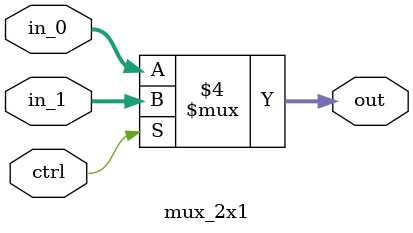
<source format=sv>
module  mux_2x1(
input  logic[7:0]  in_0      , // Mux first input
input  logic[7:0]  in_1     , // Mux Second input
input  logic  ctrl,

output logic[7:0] out      // Mux output
);

always_comb
begin

	if(ctrl == 0) begin 
		out = in_0;
		
	end else begin
		out = in_1; 
	end	
end 
endmodule

</source>
